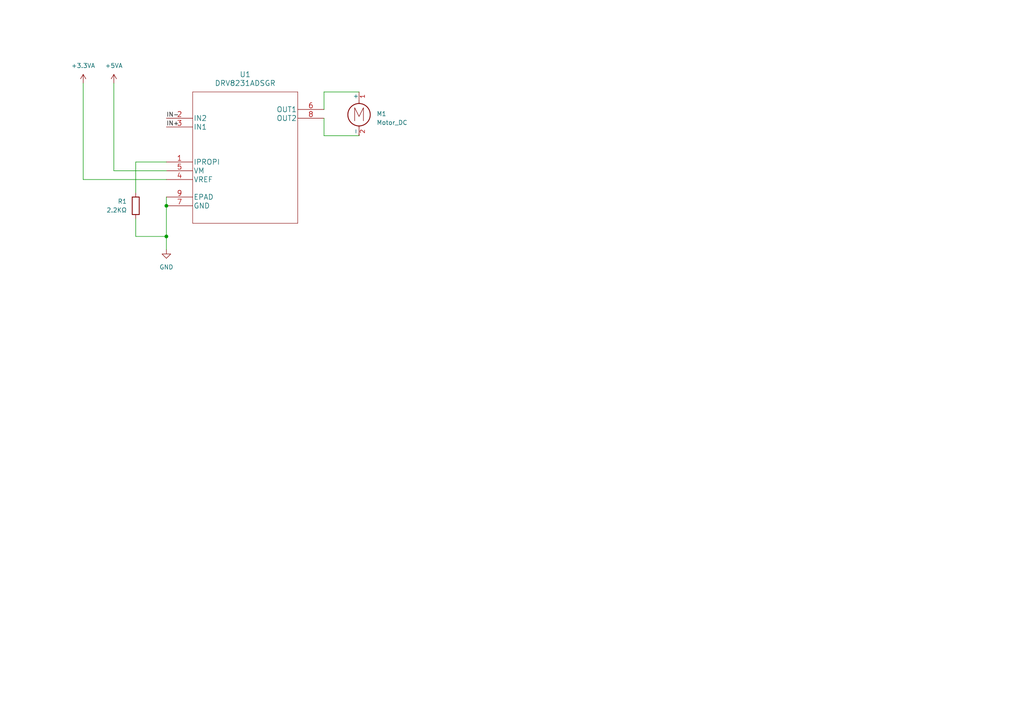
<source format=kicad_sch>
(kicad_sch (version 20230121) (generator eeschema)
  (paper "A4")
  (lib_symbols
    (symbol "Device:R" (pin_numbers hide) (pin_names (offset 0))
      (property "Reference" "R" (at 2.032 0 90))
      (property "Value" "R" (at 0 0 90))
      (symbol "R_0_1"
        (rectangle (start -1.016 -2.54) (end 1.016 2.54) (stroke (width 0.254)))
      )
      (symbol "R_1_1"
        (pin passive line (at 0 3.81 270) (length 1.27) (name "~") (number "1"))
        (pin passive line (at 0 -3.81 90) (length 1.27) (name "~") (number "2"))
      )
    )
    (symbol "Motor:Motor_DC" (pin_names (offset 0))
      (property "Reference" "M" (at 2.54 2.54 0))
      (property "Value" "Motor_DC" (at 2.54 -5.08 0))
      (symbol "Motor_DC_0_0"
        (polyline (pts (xy -1.27 -3.302) (xy -1.27 0.508) (xy 0 -2.032) (xy 1.27 0.508) (xy 1.27 -3.302)))
      )
      (symbol "Motor_DC_0_1"
        (circle (center 0 -1.524) (radius 3.2512) (stroke (width 0.254)))
        (polyline (pts (xy 0 -7.62) (xy 0 -7.112)))
        (polyline (pts (xy 0 -4.7752) (xy 0 -5.1816)))
        (polyline (pts (xy 0 1.7272) (xy 0 2.0828)))
        (polyline (pts (xy 0 2.032) (xy 0 2.54)))
      )
      (symbol "Motor_DC_1_1"
        (pin passive line (at 0 5.08 270) (length 2.54) (name "+") (number "1"))
        (pin passive line (at 0 -7.62 90) (length 2.54) (name "-") (number "2"))
      )
    )
    (symbol "open-servo-controller:DRV8231ADSGR" (pin_names (offset 0.254))
      (property "Reference" "U" (at 22.86 12.7 0))
      (property "Value" "DRV8231ADSGR" (at 22.86 10.16 0))
      (symbol "DRV8231ADSGR_1_1"
        (polyline (pts (xy 7.62 -30.48) (xy 38.1 -30.48)) (stroke (width 0.127)))
        (polyline (pts (xy 7.62 7.62) (xy 7.62 -30.48)) (stroke (width 0.127)))
        (polyline (pts (xy 38.1 -30.48) (xy 38.1 7.62)) (stroke (width 0.127)))
        (polyline (pts (xy 38.1 7.62) (xy 7.62 7.62)) (stroke (width 0.127)))
        (pin power_in line (at 0 -12.7 0) (length 7.62) (name "IPROPI") (number "1"))
        (pin input line (at 0 0 0) (length 7.62) (name "IN2") (number "2"))
        (pin input line (at 0 -2.54 0) (length 7.62) (name "IN1") (number "3"))
        (pin power_in line (at 0 -17.78 0) (length 7.62) (name "VREF") (number "4"))
        (pin power_in line (at 0 -15.24 0) (length 7.62) (name "VM") (number "5"))
        (pin output line (at 45.72 2.54 180) (length 7.62) (name "OUT1") (number "6"))
        (pin power_in line (at 0 -25.4 0) (length 7.62) (name "GND") (number "7"))
        (pin output line (at 45.72 0 180) (length 7.62) (name "OUT2") (number "8"))
        (pin power_in line (at 0 -22.86 0) (length 7.62) (name "EPAD") (number "9"))
      )
    )
    (symbol "power:+3.3VA" (power) (pin_names (offset 0))
      (property "Value" "+3.3VA" (at 0 3.556 0))
      (symbol "+3.3VA_0_1"
        (polyline (pts (xy -0.762 1.27) (xy 0 2.54)))
        (polyline (pts (xy 0 0) (xy 0 2.54)))
        (polyline (pts (xy 0 2.54) (xy 0.762 1.27)))
      )
      (symbol "+3.3VA_1_1"
        (pin power_in line (at 0 0 90) (length 0) hide (name "+3.3VA") (number "1"))
      )
    )
    (symbol "power:+5VA" (power) (pin_names (offset 0))
      (property "Value" "+5VA" (at 0 3.556 0))
      (symbol "+5VA_0_1"
        (polyline (pts (xy -0.762 1.27) (xy 0 2.54)))
        (polyline (pts (xy 0 0) (xy 0 2.54)))
        (polyline (pts (xy 0 2.54) (xy 0.762 1.27)))
      )
      (symbol "+5VA_1_1"
        (pin power_in line (at 0 0 90) (length 0) hide (name "+5VA") (number "1"))
      )
    )
    (symbol "power:GND" (power) (pin_names (offset 0))
      (property "Value" "GND" (at 0 -3.81 0))
      (symbol "GND_0_1"
        (polyline (pts (xy 0 0) (xy 0 -1.27) (xy 1.27 -1.27) (xy 0 -2.54) (xy -1.27 -1.27) (xy 0 -1.27)))
      )
      (symbol "GND_1_1"
        (pin power_in line (at 0 0 270) (length 0) hide (name "GND") (number "1"))
      )
    )
  )
  (junction (at 48.26 59.69))
  (junction (at 48.26 68.58))
  (wire (pts (xy 93.98 34.29) (xy 93.98 39.37)))
  (wire (pts (xy 39.37 63.5) (xy 39.37 68.58)))
  (wire (pts (xy 24.13 24.13) (xy 24.13 52.07)))
  (wire (pts (xy 39.37 46.99) (xy 48.26 46.99)))
  (wire (pts (xy 39.37 55.88) (xy 39.37 46.99)))
  (wire (pts (xy 93.98 26.67) (xy 104.14 26.67)))
  (wire (pts (xy 39.37 68.58) (xy 48.26 68.58)))
  (wire (pts (xy 33.02 24.13) (xy 33.02 49.53)))
  (wire (pts (xy 48.26 57.15) (xy 48.26 59.69)))
  (wire (pts (xy 48.26 72.39) (xy 48.26 68.58)))
  (wire (pts (xy 33.02 49.53) (xy 48.26 49.53)))
  (wire (pts (xy 93.98 31.75) (xy 93.98 26.67)))
  (wire (pts (xy 93.98 39.37) (xy 104.14 39.37)))
  (wire (pts (xy 48.26 68.58) (xy 48.26 59.69)))
  (wire (pts (xy 24.13 52.07) (xy 48.26 52.07)))
  (label "IN-" (at 48.26 34.29 0))
  (label "IN+" (at 48.26 36.83 0))
  (symbol (lib_id "open-servo-controller:DRV8231ADSGR") (at 48.26 34.29 0) (unit 1)
    (property "Reference" "U1" (at 71.12 21.59 0) (effects (font (size 1.524 1.524))))
    (property "Value" "DRV8231ADSGR" (at 71.12 24.13 0) (effects (font (size 1.524 1.524))))
    (property "Footprint" "WSON8_DSG_TEX" (effects hide))
  )
  (symbol (lib_id "power:GND") (at 48.26 72.39 0) (unit 1)
    (property "Reference" "#PWR02" (effects hide))
    (property "Value" "GND" (at 48.26 77.47 0))
  )
  (symbol (lib_id "Device:R") (at 39.37 59.69 0) (mirror y) (unit 1)
    (property "Reference" "R1" (at 36.83 58.42 0) (effects (justify left)))
    (property "Value" "2.2KΩ" (at 36.83 60.96 0) (effects (justify left)))
  )
  (symbol (lib_id "power:+5VA") (at 33.02 24.13 0) (unit 1)
    (property "Reference" "#PWR03" (effects hide))
    (property "Value" "+5VA" (at 33.02 19.05 0))
  )
  (symbol (lib_id "Motor:Motor_DC") (at 104.14 31.75 0) (unit 1)
    (property "Reference" "M1" (at 109.22 33.02 0) (effects (justify left)))
    (property "Value" "Motor_DC" (at 109.22 35.56 0) (effects (justify left)))
  )
  (symbol (lib_id "power:+3.3VA") (at 24.13 24.13 0) (unit 1)
    (property "Reference" "#PWR01" (effects hide))
    (property "Value" "+3.3VA" (at 24.13 19.05 0))
  )
)
</source>
